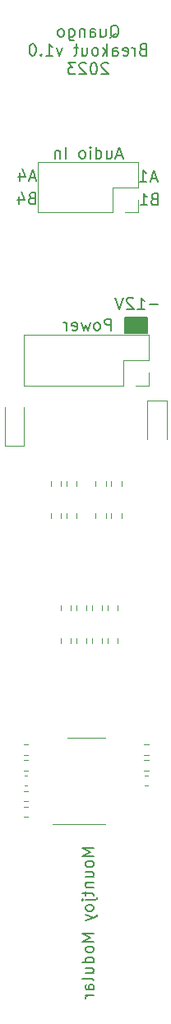
<source format=gbr>
%TF.GenerationSoftware,KiCad,Pcbnew,7.0.5*%
%TF.CreationDate,2023-07-06T16:05:27+01:00*%
%TF.ProjectId,QuangoBreakout_Controls,5175616e-676f-4427-9265-616b6f75745f,rev?*%
%TF.SameCoordinates,Original*%
%TF.FileFunction,Legend,Bot*%
%TF.FilePolarity,Positive*%
%FSLAX46Y46*%
G04 Gerber Fmt 4.6, Leading zero omitted, Abs format (unit mm)*
G04 Created by KiCad (PCBNEW 7.0.5) date 2023-07-06 16:05:27*
%MOMM*%
%LPD*%
G01*
G04 APERTURE LIST*
%ADD10C,0.150000*%
%ADD11C,0.200000*%
%ADD12C,0.120000*%
G04 APERTURE END LIST*
D10*
X63400000Y-81000000D02*
X65700000Y-81000000D01*
X65700000Y-82600000D01*
X63400000Y-82600000D01*
X63400000Y-81000000D01*
G36*
X63400000Y-81000000D02*
G01*
X65700000Y-81000000D01*
X65700000Y-82600000D01*
X63400000Y-82600000D01*
X63400000Y-81000000D01*
G37*
D11*
X66814284Y-79687600D02*
X65899999Y-79687600D01*
X64699999Y-80144742D02*
X65385713Y-80144742D01*
X65042856Y-80144742D02*
X65042856Y-78944742D01*
X65042856Y-78944742D02*
X65157142Y-79116171D01*
X65157142Y-79116171D02*
X65271427Y-79230457D01*
X65271427Y-79230457D02*
X65385713Y-79287600D01*
X64242856Y-79059028D02*
X64185713Y-79001885D01*
X64185713Y-79001885D02*
X64071428Y-78944742D01*
X64071428Y-78944742D02*
X63785713Y-78944742D01*
X63785713Y-78944742D02*
X63671428Y-79001885D01*
X63671428Y-79001885D02*
X63614285Y-79059028D01*
X63614285Y-79059028D02*
X63557142Y-79173314D01*
X63557142Y-79173314D02*
X63557142Y-79287600D01*
X63557142Y-79287600D02*
X63614285Y-79459028D01*
X63614285Y-79459028D02*
X64299999Y-80144742D01*
X64299999Y-80144742D02*
X63557142Y-80144742D01*
X63214285Y-78944742D02*
X62814285Y-80144742D01*
X62814285Y-80144742D02*
X62414285Y-78944742D01*
X61971427Y-82344742D02*
X61971427Y-81144742D01*
X61971427Y-81144742D02*
X61514284Y-81144742D01*
X61514284Y-81144742D02*
X61399999Y-81201885D01*
X61399999Y-81201885D02*
X61342856Y-81259028D01*
X61342856Y-81259028D02*
X61285713Y-81373314D01*
X61285713Y-81373314D02*
X61285713Y-81544742D01*
X61285713Y-81544742D02*
X61342856Y-81659028D01*
X61342856Y-81659028D02*
X61399999Y-81716171D01*
X61399999Y-81716171D02*
X61514284Y-81773314D01*
X61514284Y-81773314D02*
X61971427Y-81773314D01*
X60599999Y-82344742D02*
X60714284Y-82287600D01*
X60714284Y-82287600D02*
X60771427Y-82230457D01*
X60771427Y-82230457D02*
X60828570Y-82116171D01*
X60828570Y-82116171D02*
X60828570Y-81773314D01*
X60828570Y-81773314D02*
X60771427Y-81659028D01*
X60771427Y-81659028D02*
X60714284Y-81601885D01*
X60714284Y-81601885D02*
X60599999Y-81544742D01*
X60599999Y-81544742D02*
X60428570Y-81544742D01*
X60428570Y-81544742D02*
X60314284Y-81601885D01*
X60314284Y-81601885D02*
X60257142Y-81659028D01*
X60257142Y-81659028D02*
X60199999Y-81773314D01*
X60199999Y-81773314D02*
X60199999Y-82116171D01*
X60199999Y-82116171D02*
X60257142Y-82230457D01*
X60257142Y-82230457D02*
X60314284Y-82287600D01*
X60314284Y-82287600D02*
X60428570Y-82344742D01*
X60428570Y-82344742D02*
X60599999Y-82344742D01*
X59799999Y-81544742D02*
X59571428Y-82344742D01*
X59571428Y-82344742D02*
X59342856Y-81773314D01*
X59342856Y-81773314D02*
X59114285Y-82344742D01*
X59114285Y-82344742D02*
X58885713Y-81544742D01*
X57971427Y-82287600D02*
X58085713Y-82344742D01*
X58085713Y-82344742D02*
X58314285Y-82344742D01*
X58314285Y-82344742D02*
X58428570Y-82287600D01*
X58428570Y-82287600D02*
X58485713Y-82173314D01*
X58485713Y-82173314D02*
X58485713Y-81716171D01*
X58485713Y-81716171D02*
X58428570Y-81601885D01*
X58428570Y-81601885D02*
X58314285Y-81544742D01*
X58314285Y-81544742D02*
X58085713Y-81544742D01*
X58085713Y-81544742D02*
X57971427Y-81601885D01*
X57971427Y-81601885D02*
X57914285Y-81716171D01*
X57914285Y-81716171D02*
X57914285Y-81830457D01*
X57914285Y-81830457D02*
X58485713Y-81944742D01*
X57399999Y-82344742D02*
X57399999Y-81544742D01*
X57399999Y-81773314D02*
X57342856Y-81659028D01*
X57342856Y-81659028D02*
X57285714Y-81601885D01*
X57285714Y-81601885D02*
X57171428Y-81544742D01*
X57171428Y-81544742D02*
X57057142Y-81544742D01*
X53785713Y-68716171D02*
X53614285Y-68773314D01*
X53614285Y-68773314D02*
X53557142Y-68830457D01*
X53557142Y-68830457D02*
X53499999Y-68944742D01*
X53499999Y-68944742D02*
X53499999Y-69116171D01*
X53499999Y-69116171D02*
X53557142Y-69230457D01*
X53557142Y-69230457D02*
X53614285Y-69287600D01*
X53614285Y-69287600D02*
X53728570Y-69344742D01*
X53728570Y-69344742D02*
X54185713Y-69344742D01*
X54185713Y-69344742D02*
X54185713Y-68144742D01*
X54185713Y-68144742D02*
X53785713Y-68144742D01*
X53785713Y-68144742D02*
X53671428Y-68201885D01*
X53671428Y-68201885D02*
X53614285Y-68259028D01*
X53614285Y-68259028D02*
X53557142Y-68373314D01*
X53557142Y-68373314D02*
X53557142Y-68487600D01*
X53557142Y-68487600D02*
X53614285Y-68601885D01*
X53614285Y-68601885D02*
X53671428Y-68659028D01*
X53671428Y-68659028D02*
X53785713Y-68716171D01*
X53785713Y-68716171D02*
X54185713Y-68716171D01*
X52471428Y-68544742D02*
X52471428Y-69344742D01*
X52757142Y-68087600D02*
X53042856Y-68944742D01*
X53042856Y-68944742D02*
X52299999Y-68944742D01*
X66657142Y-66701885D02*
X66085714Y-66701885D01*
X66771428Y-67044742D02*
X66371428Y-65844742D01*
X66371428Y-65844742D02*
X65971428Y-67044742D01*
X64942857Y-67044742D02*
X65628571Y-67044742D01*
X65285714Y-67044742D02*
X65285714Y-65844742D01*
X65285714Y-65844742D02*
X65400000Y-66016171D01*
X65400000Y-66016171D02*
X65514285Y-66130457D01*
X65514285Y-66130457D02*
X65628571Y-66187600D01*
X66385713Y-68816171D02*
X66214285Y-68873314D01*
X66214285Y-68873314D02*
X66157142Y-68930457D01*
X66157142Y-68930457D02*
X66099999Y-69044742D01*
X66099999Y-69044742D02*
X66099999Y-69216171D01*
X66099999Y-69216171D02*
X66157142Y-69330457D01*
X66157142Y-69330457D02*
X66214285Y-69387600D01*
X66214285Y-69387600D02*
X66328570Y-69444742D01*
X66328570Y-69444742D02*
X66785713Y-69444742D01*
X66785713Y-69444742D02*
X66785713Y-68244742D01*
X66785713Y-68244742D02*
X66385713Y-68244742D01*
X66385713Y-68244742D02*
X66271428Y-68301885D01*
X66271428Y-68301885D02*
X66214285Y-68359028D01*
X66214285Y-68359028D02*
X66157142Y-68473314D01*
X66157142Y-68473314D02*
X66157142Y-68587600D01*
X66157142Y-68587600D02*
X66214285Y-68701885D01*
X66214285Y-68701885D02*
X66271428Y-68759028D01*
X66271428Y-68759028D02*
X66385713Y-68816171D01*
X66385713Y-68816171D02*
X66785713Y-68816171D01*
X64957142Y-69444742D02*
X65642856Y-69444742D01*
X65299999Y-69444742D02*
X65299999Y-68244742D01*
X65299999Y-68244742D02*
X65414285Y-68416171D01*
X65414285Y-68416171D02*
X65528570Y-68530457D01*
X65528570Y-68530457D02*
X65642856Y-68587600D01*
X63085713Y-64301885D02*
X62514285Y-64301885D01*
X63199999Y-64644742D02*
X62799999Y-63444742D01*
X62799999Y-63444742D02*
X62399999Y-64644742D01*
X61485714Y-63844742D02*
X61485714Y-64644742D01*
X61999999Y-63844742D02*
X61999999Y-64473314D01*
X61999999Y-64473314D02*
X61942856Y-64587600D01*
X61942856Y-64587600D02*
X61828571Y-64644742D01*
X61828571Y-64644742D02*
X61657142Y-64644742D01*
X61657142Y-64644742D02*
X61542856Y-64587600D01*
X61542856Y-64587600D02*
X61485714Y-64530457D01*
X60400000Y-64644742D02*
X60400000Y-63444742D01*
X60400000Y-64587600D02*
X60514285Y-64644742D01*
X60514285Y-64644742D02*
X60742857Y-64644742D01*
X60742857Y-64644742D02*
X60857142Y-64587600D01*
X60857142Y-64587600D02*
X60914285Y-64530457D01*
X60914285Y-64530457D02*
X60971428Y-64416171D01*
X60971428Y-64416171D02*
X60971428Y-64073314D01*
X60971428Y-64073314D02*
X60914285Y-63959028D01*
X60914285Y-63959028D02*
X60857142Y-63901885D01*
X60857142Y-63901885D02*
X60742857Y-63844742D01*
X60742857Y-63844742D02*
X60514285Y-63844742D01*
X60514285Y-63844742D02*
X60400000Y-63901885D01*
X59828571Y-64644742D02*
X59828571Y-63844742D01*
X59828571Y-63444742D02*
X59885714Y-63501885D01*
X59885714Y-63501885D02*
X59828571Y-63559028D01*
X59828571Y-63559028D02*
X59771428Y-63501885D01*
X59771428Y-63501885D02*
X59828571Y-63444742D01*
X59828571Y-63444742D02*
X59828571Y-63559028D01*
X59085714Y-64644742D02*
X59199999Y-64587600D01*
X59199999Y-64587600D02*
X59257142Y-64530457D01*
X59257142Y-64530457D02*
X59314285Y-64416171D01*
X59314285Y-64416171D02*
X59314285Y-64073314D01*
X59314285Y-64073314D02*
X59257142Y-63959028D01*
X59257142Y-63959028D02*
X59199999Y-63901885D01*
X59199999Y-63901885D02*
X59085714Y-63844742D01*
X59085714Y-63844742D02*
X58914285Y-63844742D01*
X58914285Y-63844742D02*
X58799999Y-63901885D01*
X58799999Y-63901885D02*
X58742857Y-63959028D01*
X58742857Y-63959028D02*
X58685714Y-64073314D01*
X58685714Y-64073314D02*
X58685714Y-64416171D01*
X58685714Y-64416171D02*
X58742857Y-64530457D01*
X58742857Y-64530457D02*
X58799999Y-64587600D01*
X58799999Y-64587600D02*
X58914285Y-64644742D01*
X58914285Y-64644742D02*
X59085714Y-64644742D01*
X57257142Y-64644742D02*
X57257142Y-63444742D01*
X56685713Y-63844742D02*
X56685713Y-64644742D01*
X56685713Y-63959028D02*
X56628570Y-63901885D01*
X56628570Y-63901885D02*
X56514285Y-63844742D01*
X56514285Y-63844742D02*
X56342856Y-63844742D01*
X56342856Y-63844742D02*
X56228570Y-63901885D01*
X56228570Y-63901885D02*
X56171428Y-64016171D01*
X56171428Y-64016171D02*
X56171428Y-64644742D01*
X61857141Y-52227028D02*
X61971427Y-52169885D01*
X61971427Y-52169885D02*
X62085713Y-52055600D01*
X62085713Y-52055600D02*
X62257141Y-51884171D01*
X62257141Y-51884171D02*
X62371427Y-51827028D01*
X62371427Y-51827028D02*
X62485713Y-51827028D01*
X62428570Y-52112742D02*
X62542856Y-52055600D01*
X62542856Y-52055600D02*
X62657141Y-51941314D01*
X62657141Y-51941314D02*
X62714284Y-51712742D01*
X62714284Y-51712742D02*
X62714284Y-51312742D01*
X62714284Y-51312742D02*
X62657141Y-51084171D01*
X62657141Y-51084171D02*
X62542856Y-50969885D01*
X62542856Y-50969885D02*
X62428570Y-50912742D01*
X62428570Y-50912742D02*
X62199998Y-50912742D01*
X62199998Y-50912742D02*
X62085713Y-50969885D01*
X62085713Y-50969885D02*
X61971427Y-51084171D01*
X61971427Y-51084171D02*
X61914284Y-51312742D01*
X61914284Y-51312742D02*
X61914284Y-51712742D01*
X61914284Y-51712742D02*
X61971427Y-51941314D01*
X61971427Y-51941314D02*
X62085713Y-52055600D01*
X62085713Y-52055600D02*
X62199998Y-52112742D01*
X62199998Y-52112742D02*
X62428570Y-52112742D01*
X60885713Y-51312742D02*
X60885713Y-52112742D01*
X61399998Y-51312742D02*
X61399998Y-51941314D01*
X61399998Y-51941314D02*
X61342855Y-52055600D01*
X61342855Y-52055600D02*
X61228570Y-52112742D01*
X61228570Y-52112742D02*
X61057141Y-52112742D01*
X61057141Y-52112742D02*
X60942855Y-52055600D01*
X60942855Y-52055600D02*
X60885713Y-51998457D01*
X59799999Y-52112742D02*
X59799999Y-51484171D01*
X59799999Y-51484171D02*
X59857141Y-51369885D01*
X59857141Y-51369885D02*
X59971427Y-51312742D01*
X59971427Y-51312742D02*
X60199999Y-51312742D01*
X60199999Y-51312742D02*
X60314284Y-51369885D01*
X59799999Y-52055600D02*
X59914284Y-52112742D01*
X59914284Y-52112742D02*
X60199999Y-52112742D01*
X60199999Y-52112742D02*
X60314284Y-52055600D01*
X60314284Y-52055600D02*
X60371427Y-51941314D01*
X60371427Y-51941314D02*
X60371427Y-51827028D01*
X60371427Y-51827028D02*
X60314284Y-51712742D01*
X60314284Y-51712742D02*
X60199999Y-51655600D01*
X60199999Y-51655600D02*
X59914284Y-51655600D01*
X59914284Y-51655600D02*
X59799999Y-51598457D01*
X59228570Y-51312742D02*
X59228570Y-52112742D01*
X59228570Y-51427028D02*
X59171427Y-51369885D01*
X59171427Y-51369885D02*
X59057142Y-51312742D01*
X59057142Y-51312742D02*
X58885713Y-51312742D01*
X58885713Y-51312742D02*
X58771427Y-51369885D01*
X58771427Y-51369885D02*
X58714285Y-51484171D01*
X58714285Y-51484171D02*
X58714285Y-52112742D01*
X57628571Y-51312742D02*
X57628571Y-52284171D01*
X57628571Y-52284171D02*
X57685713Y-52398457D01*
X57685713Y-52398457D02*
X57742856Y-52455600D01*
X57742856Y-52455600D02*
X57857142Y-52512742D01*
X57857142Y-52512742D02*
X58028571Y-52512742D01*
X58028571Y-52512742D02*
X58142856Y-52455600D01*
X57628571Y-52055600D02*
X57742856Y-52112742D01*
X57742856Y-52112742D02*
X57971428Y-52112742D01*
X57971428Y-52112742D02*
X58085713Y-52055600D01*
X58085713Y-52055600D02*
X58142856Y-51998457D01*
X58142856Y-51998457D02*
X58199999Y-51884171D01*
X58199999Y-51884171D02*
X58199999Y-51541314D01*
X58199999Y-51541314D02*
X58142856Y-51427028D01*
X58142856Y-51427028D02*
X58085713Y-51369885D01*
X58085713Y-51369885D02*
X57971428Y-51312742D01*
X57971428Y-51312742D02*
X57742856Y-51312742D01*
X57742856Y-51312742D02*
X57628571Y-51369885D01*
X56885714Y-52112742D02*
X56999999Y-52055600D01*
X56999999Y-52055600D02*
X57057142Y-51998457D01*
X57057142Y-51998457D02*
X57114285Y-51884171D01*
X57114285Y-51884171D02*
X57114285Y-51541314D01*
X57114285Y-51541314D02*
X57057142Y-51427028D01*
X57057142Y-51427028D02*
X56999999Y-51369885D01*
X56999999Y-51369885D02*
X56885714Y-51312742D01*
X56885714Y-51312742D02*
X56714285Y-51312742D01*
X56714285Y-51312742D02*
X56599999Y-51369885D01*
X56599999Y-51369885D02*
X56542857Y-51427028D01*
X56542857Y-51427028D02*
X56485714Y-51541314D01*
X56485714Y-51541314D02*
X56485714Y-51884171D01*
X56485714Y-51884171D02*
X56542857Y-51998457D01*
X56542857Y-51998457D02*
X56599999Y-52055600D01*
X56599999Y-52055600D02*
X56714285Y-52112742D01*
X56714285Y-52112742D02*
X56885714Y-52112742D01*
X65199999Y-53416171D02*
X65028571Y-53473314D01*
X65028571Y-53473314D02*
X64971428Y-53530457D01*
X64971428Y-53530457D02*
X64914285Y-53644742D01*
X64914285Y-53644742D02*
X64914285Y-53816171D01*
X64914285Y-53816171D02*
X64971428Y-53930457D01*
X64971428Y-53930457D02*
X65028571Y-53987600D01*
X65028571Y-53987600D02*
X65142856Y-54044742D01*
X65142856Y-54044742D02*
X65599999Y-54044742D01*
X65599999Y-54044742D02*
X65599999Y-52844742D01*
X65599999Y-52844742D02*
X65199999Y-52844742D01*
X65199999Y-52844742D02*
X65085714Y-52901885D01*
X65085714Y-52901885D02*
X65028571Y-52959028D01*
X65028571Y-52959028D02*
X64971428Y-53073314D01*
X64971428Y-53073314D02*
X64971428Y-53187600D01*
X64971428Y-53187600D02*
X65028571Y-53301885D01*
X65028571Y-53301885D02*
X65085714Y-53359028D01*
X65085714Y-53359028D02*
X65199999Y-53416171D01*
X65199999Y-53416171D02*
X65599999Y-53416171D01*
X64399999Y-54044742D02*
X64399999Y-53244742D01*
X64399999Y-53473314D02*
X64342856Y-53359028D01*
X64342856Y-53359028D02*
X64285714Y-53301885D01*
X64285714Y-53301885D02*
X64171428Y-53244742D01*
X64171428Y-53244742D02*
X64057142Y-53244742D01*
X63199999Y-53987600D02*
X63314285Y-54044742D01*
X63314285Y-54044742D02*
X63542857Y-54044742D01*
X63542857Y-54044742D02*
X63657142Y-53987600D01*
X63657142Y-53987600D02*
X63714285Y-53873314D01*
X63714285Y-53873314D02*
X63714285Y-53416171D01*
X63714285Y-53416171D02*
X63657142Y-53301885D01*
X63657142Y-53301885D02*
X63542857Y-53244742D01*
X63542857Y-53244742D02*
X63314285Y-53244742D01*
X63314285Y-53244742D02*
X63199999Y-53301885D01*
X63199999Y-53301885D02*
X63142857Y-53416171D01*
X63142857Y-53416171D02*
X63142857Y-53530457D01*
X63142857Y-53530457D02*
X63714285Y-53644742D01*
X62114286Y-54044742D02*
X62114286Y-53416171D01*
X62114286Y-53416171D02*
X62171428Y-53301885D01*
X62171428Y-53301885D02*
X62285714Y-53244742D01*
X62285714Y-53244742D02*
X62514286Y-53244742D01*
X62514286Y-53244742D02*
X62628571Y-53301885D01*
X62114286Y-53987600D02*
X62228571Y-54044742D01*
X62228571Y-54044742D02*
X62514286Y-54044742D01*
X62514286Y-54044742D02*
X62628571Y-53987600D01*
X62628571Y-53987600D02*
X62685714Y-53873314D01*
X62685714Y-53873314D02*
X62685714Y-53759028D01*
X62685714Y-53759028D02*
X62628571Y-53644742D01*
X62628571Y-53644742D02*
X62514286Y-53587600D01*
X62514286Y-53587600D02*
X62228571Y-53587600D01*
X62228571Y-53587600D02*
X62114286Y-53530457D01*
X61542857Y-54044742D02*
X61542857Y-52844742D01*
X61428572Y-53587600D02*
X61085714Y-54044742D01*
X61085714Y-53244742D02*
X61542857Y-53701885D01*
X60400000Y-54044742D02*
X60514285Y-53987600D01*
X60514285Y-53987600D02*
X60571428Y-53930457D01*
X60571428Y-53930457D02*
X60628571Y-53816171D01*
X60628571Y-53816171D02*
X60628571Y-53473314D01*
X60628571Y-53473314D02*
X60571428Y-53359028D01*
X60571428Y-53359028D02*
X60514285Y-53301885D01*
X60514285Y-53301885D02*
X60400000Y-53244742D01*
X60400000Y-53244742D02*
X60228571Y-53244742D01*
X60228571Y-53244742D02*
X60114285Y-53301885D01*
X60114285Y-53301885D02*
X60057143Y-53359028D01*
X60057143Y-53359028D02*
X60000000Y-53473314D01*
X60000000Y-53473314D02*
X60000000Y-53816171D01*
X60000000Y-53816171D02*
X60057143Y-53930457D01*
X60057143Y-53930457D02*
X60114285Y-53987600D01*
X60114285Y-53987600D02*
X60228571Y-54044742D01*
X60228571Y-54044742D02*
X60400000Y-54044742D01*
X58971429Y-53244742D02*
X58971429Y-54044742D01*
X59485714Y-53244742D02*
X59485714Y-53873314D01*
X59485714Y-53873314D02*
X59428571Y-53987600D01*
X59428571Y-53987600D02*
X59314286Y-54044742D01*
X59314286Y-54044742D02*
X59142857Y-54044742D01*
X59142857Y-54044742D02*
X59028571Y-53987600D01*
X59028571Y-53987600D02*
X58971429Y-53930457D01*
X58571429Y-53244742D02*
X58114286Y-53244742D01*
X58400000Y-52844742D02*
X58400000Y-53873314D01*
X58400000Y-53873314D02*
X58342857Y-53987600D01*
X58342857Y-53987600D02*
X58228572Y-54044742D01*
X58228572Y-54044742D02*
X58114286Y-54044742D01*
X56914286Y-53244742D02*
X56628572Y-54044742D01*
X56628572Y-54044742D02*
X56342857Y-53244742D01*
X55257143Y-54044742D02*
X55942857Y-54044742D01*
X55600000Y-54044742D02*
X55600000Y-52844742D01*
X55600000Y-52844742D02*
X55714286Y-53016171D01*
X55714286Y-53016171D02*
X55828571Y-53130457D01*
X55828571Y-53130457D02*
X55942857Y-53187600D01*
X54742857Y-53930457D02*
X54685714Y-53987600D01*
X54685714Y-53987600D02*
X54742857Y-54044742D01*
X54742857Y-54044742D02*
X54800000Y-53987600D01*
X54800000Y-53987600D02*
X54742857Y-53930457D01*
X54742857Y-53930457D02*
X54742857Y-54044742D01*
X53942857Y-52844742D02*
X53828571Y-52844742D01*
X53828571Y-52844742D02*
X53714285Y-52901885D01*
X53714285Y-52901885D02*
X53657143Y-52959028D01*
X53657143Y-52959028D02*
X53600000Y-53073314D01*
X53600000Y-53073314D02*
X53542857Y-53301885D01*
X53542857Y-53301885D02*
X53542857Y-53587600D01*
X53542857Y-53587600D02*
X53600000Y-53816171D01*
X53600000Y-53816171D02*
X53657143Y-53930457D01*
X53657143Y-53930457D02*
X53714285Y-53987600D01*
X53714285Y-53987600D02*
X53828571Y-54044742D01*
X53828571Y-54044742D02*
X53942857Y-54044742D01*
X53942857Y-54044742D02*
X54057143Y-53987600D01*
X54057143Y-53987600D02*
X54114285Y-53930457D01*
X54114285Y-53930457D02*
X54171428Y-53816171D01*
X54171428Y-53816171D02*
X54228571Y-53587600D01*
X54228571Y-53587600D02*
X54228571Y-53301885D01*
X54228571Y-53301885D02*
X54171428Y-53073314D01*
X54171428Y-53073314D02*
X54114285Y-52959028D01*
X54114285Y-52959028D02*
X54057143Y-52901885D01*
X54057143Y-52901885D02*
X53942857Y-52844742D01*
X61657142Y-54891028D02*
X61599999Y-54833885D01*
X61599999Y-54833885D02*
X61485714Y-54776742D01*
X61485714Y-54776742D02*
X61199999Y-54776742D01*
X61199999Y-54776742D02*
X61085714Y-54833885D01*
X61085714Y-54833885D02*
X61028571Y-54891028D01*
X61028571Y-54891028D02*
X60971428Y-55005314D01*
X60971428Y-55005314D02*
X60971428Y-55119600D01*
X60971428Y-55119600D02*
X61028571Y-55291028D01*
X61028571Y-55291028D02*
X61714285Y-55976742D01*
X61714285Y-55976742D02*
X60971428Y-55976742D01*
X60228571Y-54776742D02*
X60114285Y-54776742D01*
X60114285Y-54776742D02*
X59999999Y-54833885D01*
X59999999Y-54833885D02*
X59942857Y-54891028D01*
X59942857Y-54891028D02*
X59885714Y-55005314D01*
X59885714Y-55005314D02*
X59828571Y-55233885D01*
X59828571Y-55233885D02*
X59828571Y-55519600D01*
X59828571Y-55519600D02*
X59885714Y-55748171D01*
X59885714Y-55748171D02*
X59942857Y-55862457D01*
X59942857Y-55862457D02*
X59999999Y-55919600D01*
X59999999Y-55919600D02*
X60114285Y-55976742D01*
X60114285Y-55976742D02*
X60228571Y-55976742D01*
X60228571Y-55976742D02*
X60342857Y-55919600D01*
X60342857Y-55919600D02*
X60399999Y-55862457D01*
X60399999Y-55862457D02*
X60457142Y-55748171D01*
X60457142Y-55748171D02*
X60514285Y-55519600D01*
X60514285Y-55519600D02*
X60514285Y-55233885D01*
X60514285Y-55233885D02*
X60457142Y-55005314D01*
X60457142Y-55005314D02*
X60399999Y-54891028D01*
X60399999Y-54891028D02*
X60342857Y-54833885D01*
X60342857Y-54833885D02*
X60228571Y-54776742D01*
X59371428Y-54891028D02*
X59314285Y-54833885D01*
X59314285Y-54833885D02*
X59200000Y-54776742D01*
X59200000Y-54776742D02*
X58914285Y-54776742D01*
X58914285Y-54776742D02*
X58800000Y-54833885D01*
X58800000Y-54833885D02*
X58742857Y-54891028D01*
X58742857Y-54891028D02*
X58685714Y-55005314D01*
X58685714Y-55005314D02*
X58685714Y-55119600D01*
X58685714Y-55119600D02*
X58742857Y-55291028D01*
X58742857Y-55291028D02*
X59428571Y-55976742D01*
X59428571Y-55976742D02*
X58685714Y-55976742D01*
X58285714Y-54776742D02*
X57542857Y-54776742D01*
X57542857Y-54776742D02*
X57942857Y-55233885D01*
X57942857Y-55233885D02*
X57771428Y-55233885D01*
X57771428Y-55233885D02*
X57657143Y-55291028D01*
X57657143Y-55291028D02*
X57600000Y-55348171D01*
X57600000Y-55348171D02*
X57542857Y-55462457D01*
X57542857Y-55462457D02*
X57542857Y-55748171D01*
X57542857Y-55748171D02*
X57600000Y-55862457D01*
X57600000Y-55862457D02*
X57657143Y-55919600D01*
X57657143Y-55919600D02*
X57771428Y-55976742D01*
X57771428Y-55976742D02*
X58114285Y-55976742D01*
X58114285Y-55976742D02*
X58228571Y-55919600D01*
X58228571Y-55919600D02*
X58285714Y-55862457D01*
X60144742Y-135642858D02*
X58944742Y-135642858D01*
X58944742Y-135642858D02*
X59801885Y-136042858D01*
X59801885Y-136042858D02*
X58944742Y-136442858D01*
X58944742Y-136442858D02*
X60144742Y-136442858D01*
X60144742Y-137185715D02*
X60087600Y-137071430D01*
X60087600Y-137071430D02*
X60030457Y-137014287D01*
X60030457Y-137014287D02*
X59916171Y-136957144D01*
X59916171Y-136957144D02*
X59573314Y-136957144D01*
X59573314Y-136957144D02*
X59459028Y-137014287D01*
X59459028Y-137014287D02*
X59401885Y-137071430D01*
X59401885Y-137071430D02*
X59344742Y-137185715D01*
X59344742Y-137185715D02*
X59344742Y-137357144D01*
X59344742Y-137357144D02*
X59401885Y-137471430D01*
X59401885Y-137471430D02*
X59459028Y-137528573D01*
X59459028Y-137528573D02*
X59573314Y-137585715D01*
X59573314Y-137585715D02*
X59916171Y-137585715D01*
X59916171Y-137585715D02*
X60030457Y-137528573D01*
X60030457Y-137528573D02*
X60087600Y-137471430D01*
X60087600Y-137471430D02*
X60144742Y-137357144D01*
X60144742Y-137357144D02*
X60144742Y-137185715D01*
X59344742Y-138614287D02*
X60144742Y-138614287D01*
X59344742Y-138100001D02*
X59973314Y-138100001D01*
X59973314Y-138100001D02*
X60087600Y-138157144D01*
X60087600Y-138157144D02*
X60144742Y-138271429D01*
X60144742Y-138271429D02*
X60144742Y-138442858D01*
X60144742Y-138442858D02*
X60087600Y-138557144D01*
X60087600Y-138557144D02*
X60030457Y-138614287D01*
X59344742Y-139185715D02*
X60144742Y-139185715D01*
X59459028Y-139185715D02*
X59401885Y-139242858D01*
X59401885Y-139242858D02*
X59344742Y-139357143D01*
X59344742Y-139357143D02*
X59344742Y-139528572D01*
X59344742Y-139528572D02*
X59401885Y-139642858D01*
X59401885Y-139642858D02*
X59516171Y-139700001D01*
X59516171Y-139700001D02*
X60144742Y-139700001D01*
X59344742Y-140100000D02*
X59344742Y-140557143D01*
X58944742Y-140271429D02*
X59973314Y-140271429D01*
X59973314Y-140271429D02*
X60087600Y-140328572D01*
X60087600Y-140328572D02*
X60144742Y-140442857D01*
X60144742Y-140442857D02*
X60144742Y-140557143D01*
X59344742Y-140957143D02*
X60373314Y-140957143D01*
X60373314Y-140957143D02*
X60487600Y-140900000D01*
X60487600Y-140900000D02*
X60544742Y-140785714D01*
X60544742Y-140785714D02*
X60544742Y-140728571D01*
X58944742Y-140957143D02*
X59001885Y-140900000D01*
X59001885Y-140900000D02*
X59059028Y-140957143D01*
X59059028Y-140957143D02*
X59001885Y-141014286D01*
X59001885Y-141014286D02*
X58944742Y-140957143D01*
X58944742Y-140957143D02*
X59059028Y-140957143D01*
X60144742Y-141700000D02*
X60087600Y-141585715D01*
X60087600Y-141585715D02*
X60030457Y-141528572D01*
X60030457Y-141528572D02*
X59916171Y-141471429D01*
X59916171Y-141471429D02*
X59573314Y-141471429D01*
X59573314Y-141471429D02*
X59459028Y-141528572D01*
X59459028Y-141528572D02*
X59401885Y-141585715D01*
X59401885Y-141585715D02*
X59344742Y-141700000D01*
X59344742Y-141700000D02*
X59344742Y-141871429D01*
X59344742Y-141871429D02*
X59401885Y-141985715D01*
X59401885Y-141985715D02*
X59459028Y-142042858D01*
X59459028Y-142042858D02*
X59573314Y-142100000D01*
X59573314Y-142100000D02*
X59916171Y-142100000D01*
X59916171Y-142100000D02*
X60030457Y-142042858D01*
X60030457Y-142042858D02*
X60087600Y-141985715D01*
X60087600Y-141985715D02*
X60144742Y-141871429D01*
X60144742Y-141871429D02*
X60144742Y-141700000D01*
X59344742Y-142500000D02*
X60144742Y-142785714D01*
X59344742Y-143071429D02*
X60144742Y-142785714D01*
X60144742Y-142785714D02*
X60430457Y-142671429D01*
X60430457Y-142671429D02*
X60487600Y-142614286D01*
X60487600Y-142614286D02*
X60544742Y-142500000D01*
X60144742Y-144442858D02*
X58944742Y-144442858D01*
X58944742Y-144442858D02*
X59801885Y-144842858D01*
X59801885Y-144842858D02*
X58944742Y-145242858D01*
X58944742Y-145242858D02*
X60144742Y-145242858D01*
X60144742Y-145985715D02*
X60087600Y-145871430D01*
X60087600Y-145871430D02*
X60030457Y-145814287D01*
X60030457Y-145814287D02*
X59916171Y-145757144D01*
X59916171Y-145757144D02*
X59573314Y-145757144D01*
X59573314Y-145757144D02*
X59459028Y-145814287D01*
X59459028Y-145814287D02*
X59401885Y-145871430D01*
X59401885Y-145871430D02*
X59344742Y-145985715D01*
X59344742Y-145985715D02*
X59344742Y-146157144D01*
X59344742Y-146157144D02*
X59401885Y-146271430D01*
X59401885Y-146271430D02*
X59459028Y-146328573D01*
X59459028Y-146328573D02*
X59573314Y-146385715D01*
X59573314Y-146385715D02*
X59916171Y-146385715D01*
X59916171Y-146385715D02*
X60030457Y-146328573D01*
X60030457Y-146328573D02*
X60087600Y-146271430D01*
X60087600Y-146271430D02*
X60144742Y-146157144D01*
X60144742Y-146157144D02*
X60144742Y-145985715D01*
X60144742Y-147414287D02*
X58944742Y-147414287D01*
X60087600Y-147414287D02*
X60144742Y-147300001D01*
X60144742Y-147300001D02*
X60144742Y-147071429D01*
X60144742Y-147071429D02*
X60087600Y-146957144D01*
X60087600Y-146957144D02*
X60030457Y-146900001D01*
X60030457Y-146900001D02*
X59916171Y-146842858D01*
X59916171Y-146842858D02*
X59573314Y-146842858D01*
X59573314Y-146842858D02*
X59459028Y-146900001D01*
X59459028Y-146900001D02*
X59401885Y-146957144D01*
X59401885Y-146957144D02*
X59344742Y-147071429D01*
X59344742Y-147071429D02*
X59344742Y-147300001D01*
X59344742Y-147300001D02*
X59401885Y-147414287D01*
X59344742Y-148500001D02*
X60144742Y-148500001D01*
X59344742Y-147985715D02*
X59973314Y-147985715D01*
X59973314Y-147985715D02*
X60087600Y-148042858D01*
X60087600Y-148042858D02*
X60144742Y-148157143D01*
X60144742Y-148157143D02*
X60144742Y-148328572D01*
X60144742Y-148328572D02*
X60087600Y-148442858D01*
X60087600Y-148442858D02*
X60030457Y-148500001D01*
X60144742Y-149242857D02*
X60087600Y-149128572D01*
X60087600Y-149128572D02*
X59973314Y-149071429D01*
X59973314Y-149071429D02*
X58944742Y-149071429D01*
X60144742Y-150214286D02*
X59516171Y-150214286D01*
X59516171Y-150214286D02*
X59401885Y-150157143D01*
X59401885Y-150157143D02*
X59344742Y-150042857D01*
X59344742Y-150042857D02*
X59344742Y-149814286D01*
X59344742Y-149814286D02*
X59401885Y-149700000D01*
X60087600Y-150214286D02*
X60144742Y-150100000D01*
X60144742Y-150100000D02*
X60144742Y-149814286D01*
X60144742Y-149814286D02*
X60087600Y-149700000D01*
X60087600Y-149700000D02*
X59973314Y-149642857D01*
X59973314Y-149642857D02*
X59859028Y-149642857D01*
X59859028Y-149642857D02*
X59744742Y-149700000D01*
X59744742Y-149700000D02*
X59687600Y-149814286D01*
X59687600Y-149814286D02*
X59687600Y-150100000D01*
X59687600Y-150100000D02*
X59630457Y-150214286D01*
X60144742Y-150785714D02*
X59344742Y-150785714D01*
X59573314Y-150785714D02*
X59459028Y-150842857D01*
X59459028Y-150842857D02*
X59401885Y-150900000D01*
X59401885Y-150900000D02*
X59344742Y-151014285D01*
X59344742Y-151014285D02*
X59344742Y-151128571D01*
X54157142Y-66601885D02*
X53585714Y-66601885D01*
X54271428Y-66944742D02*
X53871428Y-65744742D01*
X53871428Y-65744742D02*
X53471428Y-66944742D01*
X52557143Y-66144742D02*
X52557143Y-66944742D01*
X52842857Y-65687600D02*
X53128571Y-66544742D01*
X53128571Y-66544742D02*
X52385714Y-66544742D01*
D12*
%TO.C,C2*%
X65459420Y-128190000D02*
X65740580Y-128190000D01*
X65459420Y-129210000D02*
X65740580Y-129210000D01*
%TO.C,R6*%
X63022500Y-101162742D02*
X63022500Y-101637258D01*
X61977500Y-101162742D02*
X61977500Y-101637258D01*
%TO.C,R20*%
X55777500Y-98337258D02*
X55777500Y-97862742D01*
X56822500Y-98337258D02*
X56822500Y-97862742D01*
%TO.C,R5*%
X61422500Y-101162742D02*
X61422500Y-101637258D01*
X60377500Y-101162742D02*
X60377500Y-101637258D01*
%TO.C,U1*%
X59400000Y-124265000D02*
X57450000Y-124265000D01*
X59400000Y-124265000D02*
X61350000Y-124265000D01*
X59400000Y-133135000D02*
X55950000Y-133135000D01*
X59400000Y-133135000D02*
X61350000Y-133135000D01*
%TO.C,J10*%
X54450000Y-70205000D02*
X54450000Y-65005000D01*
X62130000Y-70205000D02*
X54450000Y-70205000D01*
X62130000Y-70205000D02*
X62130000Y-67605000D01*
X63400000Y-70205000D02*
X64730000Y-70205000D01*
X64730000Y-70205000D02*
X64730000Y-68875000D01*
X62130000Y-67605000D02*
X64730000Y-67605000D01*
X64730000Y-67605000D02*
X64730000Y-65005000D01*
X64730000Y-65005000D02*
X54450000Y-65005000D01*
%TO.C,R4*%
X62622500Y-110662742D02*
X62622500Y-111137258D01*
X61577500Y-110662742D02*
X61577500Y-111137258D01*
%TO.C,R18*%
X63022500Y-97862742D02*
X63022500Y-98337258D01*
X61977500Y-97862742D02*
X61977500Y-98337258D01*
%TO.C,R22*%
X65837258Y-126022500D02*
X65362742Y-126022500D01*
X65837258Y-124977500D02*
X65362742Y-124977500D01*
%TO.C,R12*%
X52962742Y-124977500D02*
X53437258Y-124977500D01*
X52962742Y-126022500D02*
X53437258Y-126022500D01*
%TO.C,R14*%
X58377500Y-114537258D02*
X58377500Y-114062742D01*
X59422500Y-114537258D02*
X59422500Y-114062742D01*
%TO.C,C1*%
X53340580Y-129210000D02*
X53059420Y-129210000D01*
X53340580Y-128190000D02*
X53059420Y-128190000D01*
%TO.C,D2*%
X67700000Y-89540000D02*
X67700000Y-93550000D01*
X65700000Y-89540000D02*
X67700000Y-89540000D01*
X65700000Y-89540000D02*
X65700000Y-93550000D01*
%TO.C,R11*%
X52962742Y-131377500D02*
X53437258Y-131377500D01*
X52962742Y-132422500D02*
X53437258Y-132422500D01*
%TO.C,R10*%
X52962742Y-126577500D02*
X53437258Y-126577500D01*
X52962742Y-127622500D02*
X53437258Y-127622500D01*
%TO.C,R9*%
X52962742Y-129777500D02*
X53437258Y-129777500D01*
X52962742Y-130822500D02*
X53437258Y-130822500D01*
%TO.C,R8*%
X56822500Y-101162742D02*
X56822500Y-101637258D01*
X55777500Y-101162742D02*
X55777500Y-101637258D01*
%TO.C,R15*%
X59977500Y-114537258D02*
X59977500Y-114062742D01*
X61022500Y-114537258D02*
X61022500Y-114062742D01*
%TO.C,D1*%
X51000000Y-94260000D02*
X51000000Y-90250000D01*
X53000000Y-94260000D02*
X51000000Y-94260000D01*
X53000000Y-94260000D02*
X53000000Y-90250000D01*
%TO.C,R19*%
X58422500Y-97862742D02*
X58422500Y-98337258D01*
X57377500Y-97862742D02*
X57377500Y-98337258D01*
%TO.C,R16*%
X62622500Y-114062742D02*
X62622500Y-114537258D01*
X61577500Y-114062742D02*
X61577500Y-114537258D01*
%TO.C,R1*%
X57822500Y-110662742D02*
X57822500Y-111137258D01*
X56777500Y-110662742D02*
X56777500Y-111137258D01*
%TO.C,R21*%
X65837258Y-127622500D02*
X65362742Y-127622500D01*
X65837258Y-126577500D02*
X65362742Y-126577500D01*
%TO.C,J6*%
X52985000Y-88030000D02*
X52985000Y-82830000D01*
X63205000Y-88030000D02*
X52985000Y-88030000D01*
X63205000Y-88030000D02*
X63205000Y-85430000D01*
X64475000Y-88030000D02*
X65805000Y-88030000D01*
X65805000Y-88030000D02*
X65805000Y-86700000D01*
X63205000Y-85430000D02*
X65805000Y-85430000D01*
X65805000Y-85430000D02*
X65805000Y-82830000D01*
X65805000Y-82830000D02*
X52985000Y-82830000D01*
%TO.C,R7*%
X58422500Y-101162742D02*
X58422500Y-101637258D01*
X57377500Y-101162742D02*
X57377500Y-101637258D01*
%TO.C,R3*%
X61022500Y-110662742D02*
X61022500Y-111137258D01*
X59977500Y-110662742D02*
X59977500Y-111137258D01*
%TO.C,R2*%
X59422500Y-110662742D02*
X59422500Y-111137258D01*
X58377500Y-110662742D02*
X58377500Y-111137258D01*
%TO.C,R13*%
X56777500Y-114537258D02*
X56777500Y-114062742D01*
X57822500Y-114537258D02*
X57822500Y-114062742D01*
%TO.C,R17*%
X61422500Y-97862742D02*
X61422500Y-98337258D01*
X60377500Y-97862742D02*
X60377500Y-98337258D01*
%TD*%
M02*

</source>
